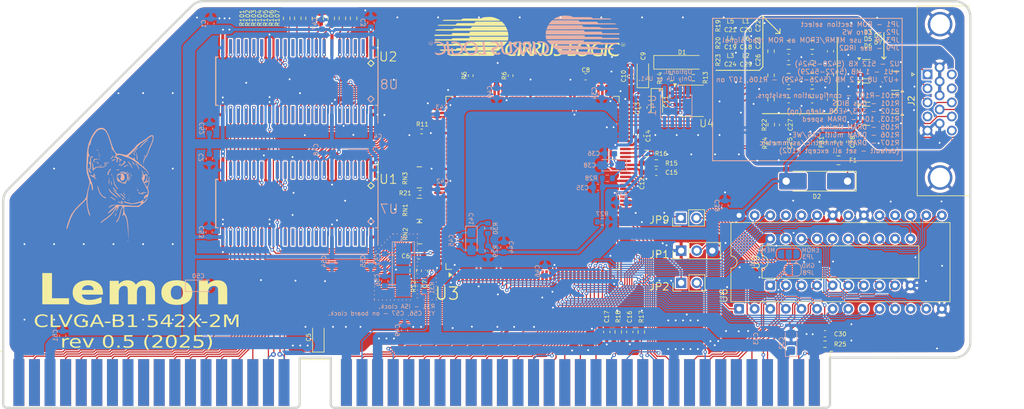
<source format=kicad_pcb>
(kicad_pcb
	(version 20241229)
	(generator "pcbnew")
	(generator_version "9.0")
	(general
		(thickness 1.6)
		(legacy_teardrops no)
	)
	(paper "A4")
	(layers
		(0 "F.Cu" signal)
		(2 "B.Cu" signal)
		(9 "F.Adhes" user "F.Adhesive")
		(11 "B.Adhes" user "B.Adhesive")
		(13 "F.Paste" user)
		(15 "B.Paste" user)
		(5 "F.SilkS" user "F.Silkscreen")
		(7 "B.SilkS" user "B.Silkscreen")
		(1 "F.Mask" user)
		(3 "B.Mask" user)
		(17 "Dwgs.User" user "User.Drawings")
		(19 "Cmts.User" user "User.Comments")
		(21 "Eco1.User" user "User.Eco1")
		(23 "Eco2.User" user "User.Eco2")
		(25 "Edge.Cuts" user)
		(27 "Margin" user)
		(31 "F.CrtYd" user "F.Courtyard")
		(29 "B.CrtYd" user "B.Courtyard")
		(35 "F.Fab" user)
		(33 "B.Fab" user)
	)
	(setup
		(stackup
			(layer "F.SilkS"
				(type "Top Silk Screen")
				(color "White")
			)
			(layer "F.Paste"
				(type "Top Solder Paste")
			)
			(layer "F.Mask"
				(type "Top Solder Mask")
				(color "#CC6600FF")
				(thickness 0.01)
			)
			(layer "F.Cu"
				(type "copper")
				(thickness 0.035)
			)
			(layer "dielectric 1"
				(type "core")
				(color "FR4 natural")
				(thickness 1.51)
				(material "FR4")
				(epsilon_r 4.5)
				(loss_tangent 0.02)
			)
			(layer "B.Cu"
				(type "copper")
				(thickness 0.035)
			)
			(layer "B.Mask"
				(type "Bottom Solder Mask")
				(color "#CC6600FF")
				(thickness 0.01)
			)
			(layer "B.Paste"
				(type "Bottom Solder Paste")
			)
			(layer "B.SilkS"
				(type "Bottom Silk Screen")
				(color "White")
			)
			(copper_finish "ENIG")
			(dielectric_constraints no)
		)
		(pad_to_mask_clearance 0.0508)
		(solder_mask_min_width 0.2)
		(allow_soldermask_bridges_in_footprints no)
		(tenting front back)
		(pcbplotparams
			(layerselection 0x00000000_00000000_55555555_575555ff)
			(plot_on_all_layers_selection 0x00000000_00000000_00000000_02000000)
			(disableapertmacros no)
			(usegerberextensions yes)
			(usegerberattributes yes)
			(usegerberadvancedattributes yes)
			(creategerberjobfile yes)
			(dashed_line_dash_ratio 12.000000)
			(dashed_line_gap_ratio 3.000000)
			(svgprecision 4)
			(plotframeref no)
			(mode 1)
			(useauxorigin no)
			(hpglpennumber 1)
			(hpglpenspeed 20)
			(hpglpendiameter 15.000000)
			(pdf_front_fp_property_popups yes)
			(pdf_back_fp_property_popups yes)
			(pdf_metadata yes)
			(pdf_single_document no)
			(dxfpolygonmode yes)
			(dxfimperialunits yes)
			(dxfusepcbnewfont yes)
			(psnegative no)
			(psa4output no)
			(plot_black_and_white yes)
			(plotinvisibletext no)
			(sketchpadsonfab no)
			(plotpadnumbers no)
			(hidednponfab no)
			(sketchdnponfab yes)
			(crossoutdnponfab yes)
			(subtractmaskfromsilk yes)
			(outputformat 1)
			(mirror no)
			(drillshape 0)
			(scaleselection 1)
			(outputdirectory "out")
		)
	)
	(net 0 "")
	(net 1 "/MD16")
	(net 2 "/MD17")
	(net 3 "/MD18")
	(net 4 "/MD19")
	(net 5 "/MD20")
	(net 6 "/MD21")
	(net 7 "/MD22")
	(net 8 "/MD23")
	(net 9 "/MD24")
	(net 10 "/MD25")
	(net 11 "/MD26")
	(net 12 "/MD27")
	(net 13 "/MD28")
	(net 14 "/MD29")
	(net 15 "/MD30")
	(net 16 "/MD31")
	(net 17 "/SD0")
	(net 18 "/SD1")
	(net 19 "/SD2")
	(net 20 "/SD3")
	(net 21 "/SD4")
	(net 22 "/SD5")
	(net 23 "/SD6")
	(net 24 "/SD7")
	(net 25 "/SD8")
	(net 26 "/SD9")
	(net 27 "/SD10")
	(net 28 "/SD11")
	(net 29 "/SD12")
	(net 30 "/SD13")
	(net 31 "/SD14")
	(net 32 "/SD15")
	(net 33 "/RESET")
	(net 34 "/LA23")
	(net 35 "/IOCHRDY")
	(net 36 "/LA22")
	(net 37 "/AEN")
	(net 38 "/BALE")
	(net 39 "/LA21")
	(net 40 "/LA20")
	(net 41 "/LA19")
	(net 42 "/LA18")
	(net 43 "/LA17")
	(net 44 "/SA16")
	(net 45 "/SA15")
	(net 46 "/SA14")
	(net 47 "/SA13")
	(net 48 "/SA12")
	(net 49 "/SA11")
	(net 50 "/SA10")
	(net 51 "/SA9")
	(net 52 "/SA8")
	(net 53 "/SA7")
	(net 54 "/SA6")
	(net 55 "/SA5")
	(net 56 "/SA4")
	(net 57 "/SA3")
	(net 58 "/SA2")
	(net 59 "/SA1")
	(net 60 "/SA0")
	(net 61 "/MD0")
	(net 62 "/MD1")
	(net 63 "/MD2")
	(net 64 "/MD3")
	(net 65 "/MD4")
	(net 66 "/MD5")
	(net 67 "/MD6")
	(net 68 "/MD7")
	(net 69 "VCC")
	(net 70 "RED")
	(net 71 "GREEN")
	(net 72 "BLUE")
	(net 73 "Net-(D1-A)")
	(net 74 "Net-(D2-K)")
	(net 75 "Net-(F1-Pad1)")
	(net 76 "Net-(C7-Pad1)")
	(net 77 "Net-(C22-Pad1)")
	(net 78 "Net-(C23-Pad1)")
	(net 79 "MFILVDD")
	(net 80 "DACVSS")
	(net 81 "DACVDD")
	(net 82 "IREF")
	(net 83 "VFILVDD")
	(net 84 "MFILTER")
	(net 85 "VFILTER")
	(net 86 "/~{MEMW}")
	(net 87 "/~{MEMR}")
	(net 88 "/~{CAS3}")
	(net 89 "/~{IOR}")
	(net 90 "/~{CAS2}")
	(net 91 "/~{CAS1}")
	(net 92 "/~{CAS0}")
	(net 93 "/~{WE}")
	(net 94 "/~{RAS1}")
	(net 95 "/~{RAS0}")
	(net 96 "/~{EROM}")
	(net 97 "/~{IOCS16}")
	(net 98 "/~{MCS16}")
	(net 99 "/~{SBHE}")
	(net 100 "/~{REFRESH}")
	(net 101 "/~{IOW}")
	(net 102 "/0WS")
	(net 103 "VSYNC")
	(net 104 "HSYNC")
	(net 105 "/EEDI")
	(net 106 "/EECS")
	(net 107 "/P0")
	(net 108 "/P1")
	(net 109 "/P2")
	(net 110 "/P3")
	(net 111 "/P4")
	(net 112 "/P5")
	(net 113 "/P6")
	(net 114 "/P7")
	(net 115 "/DCLK")
	(net 116 "/~{BLANK}")
	(net 117 "/~{EVIDEO}")
	(net 118 "/~{ESYNC}")
	(net 119 "/~{EDCLK}")
	(net 120 "/MD15")
	(net 121 "/MD14")
	(net 122 "/MD13")
	(net 123 "/MD12")
	(net 124 "/MD11")
	(net 125 "/MD10")
	(net 126 "/MD9")
	(net 127 "/MD8")
	(net 128 "/MA8")
	(net 129 "/MA7")
	(net 130 "/MA6")
	(net 131 "/MA5")
	(net 132 "/MA4")
	(net 133 "/MA3")
	(net 134 "/MA2")
	(net 135 "/MA1")
	(net 136 "/MA0")
	(net 137 "/BOSC")
	(net 138 "Net-(U3-RESET)")
	(net 139 "Net-(C29-Pad1)")
	(net 140 "unconnected-(J1--5V-Pad5)")
	(net 141 "unconnected-(J1-DRQ2-Pad6)")
	(net 142 "Net-(U3-~{IOR})")
	(net 143 "unconnected-(J1--12V-Pad7)")
	(net 144 "Net-(J1-UNUSED)")
	(net 145 "unconnected-(J1-+12V-Pad9)")
	(net 146 "unconnected-(J1-~{DACK3}-Pad15)")
	(net 147 "unconnected-(J1-DRQ3-Pad16)")
	(net 148 "unconnected-(J1-~{DACK1}-Pad17)")
	(net 149 "unconnected-(J1-DRQ1-Pad18)")
	(net 150 "unconnected-(J1-CLK-Pad20)")
	(net 151 "unconnected-(J1-IRQ7-Pad21)")
	(net 152 "unconnected-(J1-IRQ6-Pad22)")
	(net 153 "unconnected-(J1-IRQ5-Pad23)")
	(net 154 "unconnected-(J1-IRQ4-Pad24)")
	(net 155 "unconnected-(J1-IRQ3-Pad25)")
	(net 156 "unconnected-(J1-~{DACK2}-Pad26)")
	(net 157 "unconnected-(J1-TC-Pad27)")
	(net 158 "unconnected-(J1-IO-Pad32)")
	(net 159 "unconnected-(J1-BA19-Pad43)")
	(net 160 "unconnected-(J1-BA18-Pad44)")
	(net 161 "unconnected-(J1-BA17-Pad45)")
	(net 162 "unconnected-(J1-IRQ10-Pad65)")
	(net 163 "unconnected-(J1-IRQ11-Pad66)")
	(net 164 "unconnected-(J1-IRQ12-Pad67)")
	(net 165 "unconnected-(J1-IRQ15-Pad68)")
	(net 166 "unconnected-(J1-IRQ14-Pad69)")
	(net 167 "unconnected-(J1-~{DACK0}-Pad70)")
	(net 168 "unconnected-(J1-DRQ0-Pad71)")
	(net 169 "unconnected-(J1-~{DACK5}-Pad72)")
	(net 170 "unconnected-(J1-DRQ5-Pad73)")
	(net 171 "unconnected-(J1-~{DACK6}-Pad74)")
	(net 172 "unconnected-(J1-DRQ6-Pad75)")
	(net 173 "unconnected-(J1-~{DACK7}-Pad76)")
	(net 174 "unconnected-(J1-DRQ7-Pad77)")
	(net 175 "unconnected-(J1-MASTER-Pad79)")
	(net 176 "unconnected-(J1-~{MEMR}-Pad89)")
	(net 177 "unconnected-(J1-~{MEMW}-Pad90)")
	(net 178 "unconnected-(J2-Pad4)")
	(net 179 "unconnected-(J2-Pad11)")
	(net 180 "unconnected-(J2-Pad12)")
	(net 181 "unconnected-(J2-Pad15)")
	(net 182 "Net-(JP1-C)")
	(net 183 "Net-(U3-~{WE1})")
	(net 184 "Net-(U3-~{TWR})")
	(net 185 "Net-(U3-~{WE3})")
	(net 186 "Net-(R13-Pad2)")
	(net 187 "Net-(U3-OSC)")
	(net 188 "Net-(U3-~{WE2})")
	(net 189 "unconnected-(U1-NC-Pad11)")
	(net 190 "unconnected-(U1-NC-Pad12)")
	(net 191 "unconnected-(U1-NC-Pad15)")
	(net 192 "unconnected-(U1-NC-Pad30)")
	(net 193 "unconnected-(U3-OVRW-Pad71)")
	(net 194 "unconnected-(U3-MA9-Pad143)")
	(net 195 "unconnected-(U3-MCLK-Pad157)")
	(net 196 "Net-(U3-XTAL)")
	(net 197 "Net-(JP3-C)")
	(net 198 "Net-(U3-MA8)")
	(net 199 "Net-(RN1-R2.1)")
	(net 200 "Net-(RN1-R4.1)")
	(net 201 "Net-(RN1-R1.1)")
	(net 202 "Net-(RN1-R3.1)")
	(net 203 "Net-(RN2-R1.1)")
	(net 204 "GND")
	(net 205 "Net-(RN2-R4.1)")
	(net 206 "GNDA")
	(net 207 "unconnected-(U2-NC-Pad30)")
	(net 208 "unconnected-(U2-NC-Pad15)")
	(net 209 "unconnected-(U2-NC-Pad12)")
	(net 210 "unconnected-(U2-NC-Pad11)")
	(net 211 "unconnected-(U7-NC-Pad11)")
	(net 212 "unconnected-(U7-NC-Pad12)")
	(net 213 "unconnected-(U7-NC-Pad15)")
	(net 214 "unconnected-(U7-NC-Pad30)")
	(net 215 "unconnected-(U8-NC-Pad11)")
	(net 216 "unconnected-(U8-NC-Pad12)")
	(net 217 "unconnected-(U8-NC-Pad15)")
	(net 218 "unconnected-(U8-NC-Pad30)")
	(net 219 "Net-(RN2-R3.1)")
	(net 220 "Net-(RN2-R2.1)")
	(net 221 "Net-(U6-D4)")
	(net 222 "Net-(U6-D7)")
	(net 223 "Net-(U6-D1)")
	(net 224 "Net-(U6-D5)")
	(net 225 "Net-(U6-D0)")
	(net 226 "Net-(U6-D3)")
	(net 227 "Net-(U6-D6)")
	(net 228 "Net-(U6-D2)")
	(net 229 "Net-(RN3-R3.1)")
	(net 230 "Net-(RN3-R2.1)")
	(net 231 "Net-(RN3-R1.1)")
	(net 232 "Net-(RN3-R4.1)")
	(net 233 "/~{MEMRC}")
	(net 234 "Net-(J1-IRQ2)")
	(net 235 "/IRQ2")
	(net 236 "Net-(C28-Pad1)")
	(net 237 "Net-(C27-Pad1)")
	(net 238 "Net-(C26-Pad1)")
	(net 239 "Net-(C25-Pad1)")
	(net 240 "Net-(C20-Pad1)")
	(net 241 "Net-(C18-Pad1)")
	(net 242 "Net-(C15-Pad1)")
	(footprint "Package_SO_J-Lead:SOJ-40-Socket-LongPads" (layer "F.Cu") (at 120.865 81.127 180))
	(footprint "Package_SO_J-Lead:SOJ-40-Socket-LongPads" (layer "F.Cu") (at 120.865 61.174 180))
	(footprint "Connector_PinHeader_2.54mm:PinHeader_1x02_P2.54mm_Vertical" (layer "F.Cu") (at 184.075 93.925 90))
	(footprint "Capacitor_SMD:C_0603_1608Metric" (layer "F.Cu") (at 207.5 102.225 180))
	(footprint "Resistor_SMD:R_0603_1608Metric" (layer "F.Cu") (at 207.5 103.925))
	(footprint "Capacitor_SMD:C_0603_1608Metric" (layer "F.Cu") (at 177.475 69.975 -90))
	(footprint "Capacitor_SMD:C_0603_1608Metric" (layer "F.Cu") (at 168.525 60.325 180))
	(footprint "Capacitor_SMD:C_0603_1608Metric" (layer "F.Cu") (at 175.85 60.275 90))
	(footprint "Capacitor_SMD:C_0603_1608Metric" (layer "F.Cu") (at 141.351 89.535))
	(footprint "Capacitor_SMD:C_0603_1608Metric" (layer "F.Cu") (at 177.625 75.15 -90))
	(footprint "Capacitor_SMD:C_0603_1608Metric" (layer "F.Cu") (at 200.55 71.275 90))
	(footprint "Capacitor_SMD:C_0603_1608Metric" (layer "F.Cu") (at 178 65.35 -90))
	(footprint "Capacitor_Tantalum_SMD:CP_EIA-3216-18_Kemet-A" (layer "F.Cu") (at 177.85 59.8 90))
	(footprint "Capacitor_SMD:C_0603_1608Metric" (layer "F.Cu") (at 210.5 70.925 -90))
	(footprint "Diode_SMD:D_MELF-RM10_Universal_Handsoldering" (layer "F.Cu") (at 206.175 77.35 180))
	(footprint "Fuse:Fuse_0805_2012Metric_Pad1.15x1.40mm_HandSolder" (layer "F.Cu") (at 209.7 73.95))
	(footprint "Inductor_SMD:L_0805_2012Metric_Pad1.15x1.40mm_HandSolder" (layer "F.Cu") (at 208.45 70.925 -90))
	(footprint "Resistor_SMD:R_0402_1005Metric_Pad0.72x0.64mm_HandSolder" (layer "F.Cu") (at 156.3 60.15 -90))
	(footprint "Resistor_SMD:R_0603_1608Metric" (layer "F.Cu") (at 140.462 91.91 -90))
	(footprint "Resistor_SMD:R_0603_1608Metric" (layer "F.Cu") (at 180.025 74.375))
	(footprint "Resistor_SMD:R_0603_1608Metric" (layer "F.Cu") (at 182.475 60.475))
	(footprint "Resistor_SMD:R_0603_1608Metric" (layer "F.Cu") (at 186.05 60.475 180))
	(footprint "Resistor_SMD:R_0603_1608Metric" (layer "F.Cu") (at 198.75 68.125 -90))
	(footprint "Resistor_SMD:R_0603_1608Metric" (layer "F.Cu") (at 198.875 71.225 90))
	(footprint "Package_SO:SOIC-8_3.9x4.9mm_P1.27mm" (layer "F.Cu") (at 185.775 64.25))
	(footprint "Resistor_SMD:R_0402_1005Metric_Pad0.72x0.64mm_HandSolder" (layer "F.Cu") (at 149.8 60.15 -90))
	(footprint "Capacitor_SMD:C_0603_1608Metric" (layer "F.Cu") (at 142.29 91.97 90))
	(footprint "Capacitor_SMD:C_0603_1608Metric" (layer "F.Cu") (at 180.025 75.925 180))
	(footprint "Capacitor_Tantalum_SMD:CP_EIA-3216-18_Kemet-A" (layer "F.Cu") (at 125 102.9 90))
	(footprint "Connector_PCBEdge:BUS_AT" (layer "F.Cu") (at 205.7659 110.17758))
	(footprint "Connector_PinHeader_2.54mm:PinHeader_1x03_P2.54mm_Vertical" (layer "F.Cu") (at 184.075 88.675 90))
	(footprint "Inductor_SMD:L_0805_2012Metric_Pad1.15x1.40mm_HandSolder" (layer "F.Cu") (at 205.42298 59.071256))
	(footprint "Inductor_SMD:L_0805_2012Metric_Pad1.15x1.40mm_HandSolder" (layer "F.Cu") (at 201.58642 55.14086))
	(footprint "Inductor_SMD:L_0805_2012Metric_Pad1.15x1.40mm_HandSolder" (layer "F.Cu") (at 201.58642 59.07024))
	(footprint "Inductor_SMD:L_0805_2012Metric_Pad1.15x1.40mm_HandSolder" (layer "F.Cu") (at 201.58642 63.03264))
	(footprint "Inductor_SMD:L_0805_2012Metric_Pad1.15x1.40mm_HandSolder" (layer "F.Cu") (at 205.42298 63.03772))
	(footprint "Inductor_SMD:L_0805_2012Metric_Pad1.15x1.40mm_HandSolder"
		(layer "F.Cu")
		(uuid "00000000-0000-0000-0000-00005ef3c271")
		(at 205.42298 55.14086)
		(descr "Inductor SMD 0805 (2012 Metric), square (rectangular) end terminal, IPC_7351 nominal with elongated pad for handsoldering. (Body size source: https://docs.google.com/spreadsheets/d/1BsfQQcO9C6DZCsRaXUlFlo91Tg2WpOkGARC1WS5S8t0/edit?usp=sharing), generated with kicad-footprint-generator")
		(tags "inductor handsolder")
		(property "Reference" "L1"
			(at -10.80298 -3.87086 0)
			(layer "F.SilkS")
			(uuid "5bc99e38-88b9-4c1e-aea3-2822ef4b69a8")
			(effects
				(font
					(size 0.7 0.7)
					(thickness 0.1)
				)
			)
		)
		(property "Value" "100n"
			(at 0 1.65 0)
			(layer "F.Fab")
			(uuid "fb471d0e-a093-4616-a31c-824230233850")
			(effects
				(font
					(size 0.7 0.7)
					(thickness 0.1)
				)
			)
		)
		(property "Datasheet" ""
			(at 0 0 0)
			(layer "F.Fab")
			(hide yes)
			(uuid "6fca7642-fec9-434f-aded-06f9bde31bf7")
			(effects
				(font
					(size 1.27 1.27)
					(thickness 0.15)
				)
... [2013097 chars truncated]
</source>
